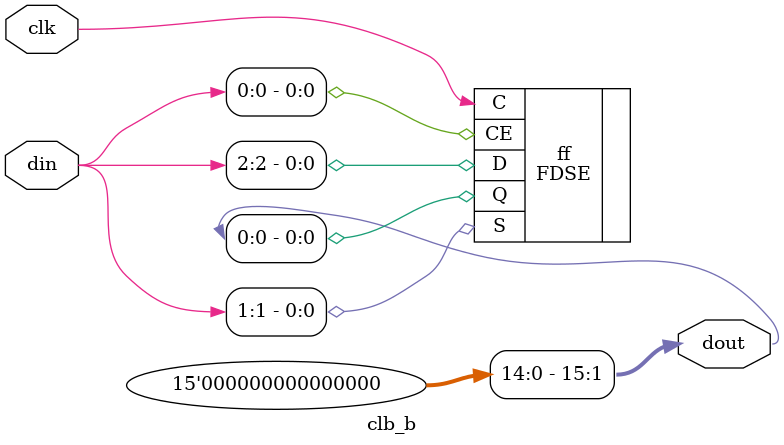
<source format=v>
module clb_b (input clk, input [15:0] din, output [15:0] dout);
	(* LOC="SLICE_X0Y241", BEL="AFF", DONT_TOUCH *)
	FDSE ff (
		.C(clk),
		.Q(dout[0]),
		.CE(din[0]),
		.S(din[1]),
		.D(din[2])
	);
	assign dout[15:1] = 0;
endmodule
</source>
